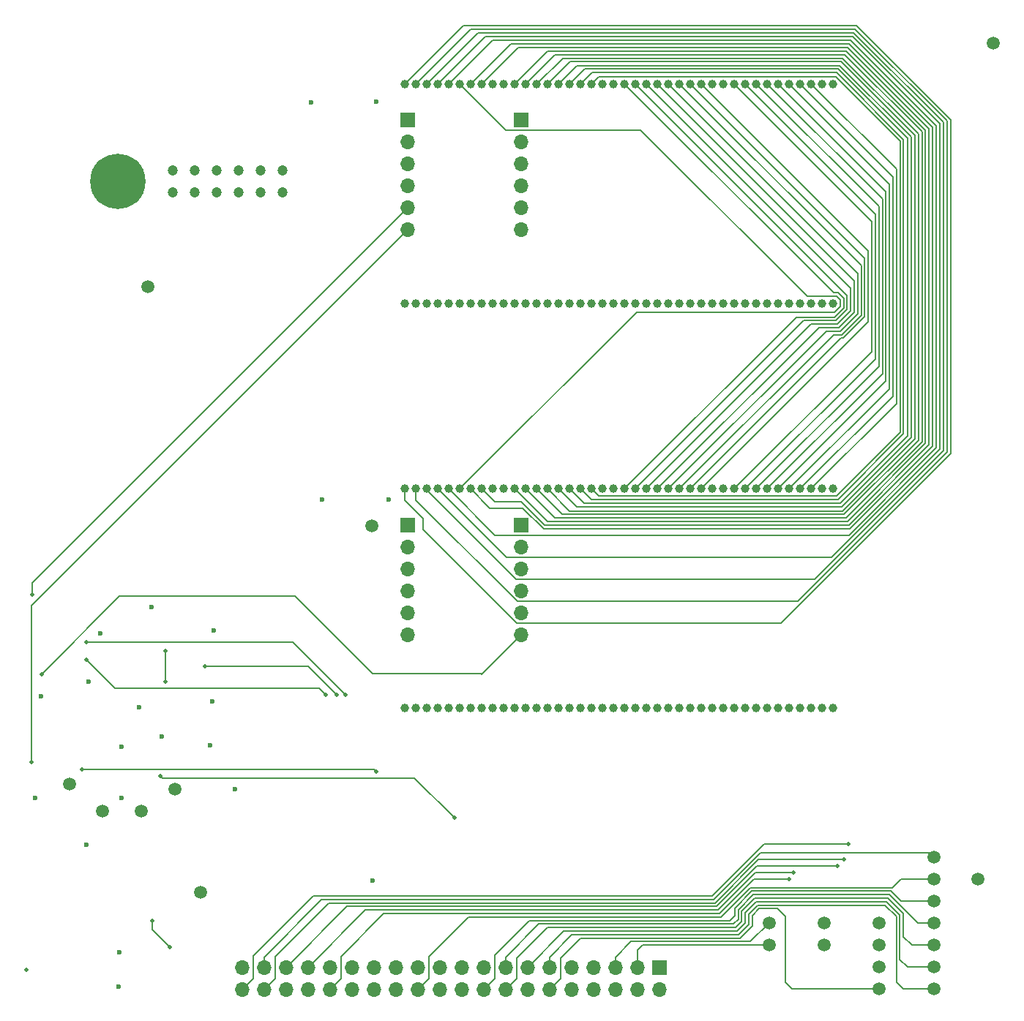
<source format=gbl>
G04 #@! TF.GenerationSoftware,KiCad,Pcbnew,(5.1.8)-1*
G04 #@! TF.CreationDate,2021-03-08T00:14:45+09:00*
G04 #@! TF.ProjectId,mifune_TE0890_remote_board,6d696675-6e65-45f5-9445-303839305f72,rev?*
G04 #@! TF.SameCoordinates,Original*
G04 #@! TF.FileFunction,Copper,L4,Bot*
G04 #@! TF.FilePolarity,Positive*
%FSLAX46Y46*%
G04 Gerber Fmt 4.6, Leading zero omitted, Abs format (unit mm)*
G04 Created by KiCad (PCBNEW (5.1.8)-1) date 2021-03-08 00:14:45*
%MOMM*%
%LPD*%
G01*
G04 APERTURE LIST*
G04 #@! TA.AperFunction,ComponentPad*
%ADD10C,1.000000*%
G04 #@! TD*
G04 #@! TA.AperFunction,ComponentPad*
%ADD11R,1.700000X1.700000*%
G04 #@! TD*
G04 #@! TA.AperFunction,ComponentPad*
%ADD12O,1.700000X1.700000*%
G04 #@! TD*
G04 #@! TA.AperFunction,ComponentPad*
%ADD13C,1.500000*%
G04 #@! TD*
G04 #@! TA.AperFunction,ComponentPad*
%ADD14C,1.200000*%
G04 #@! TD*
G04 #@! TA.AperFunction,ComponentPad*
%ADD15C,6.400000*%
G04 #@! TD*
G04 #@! TA.AperFunction,ViaPad*
%ADD16C,0.600000*%
G04 #@! TD*
G04 #@! TA.AperFunction,ViaPad*
%ADD17C,0.500000*%
G04 #@! TD*
G04 #@! TA.AperFunction,Conductor*
%ADD18C,0.203200*%
G04 #@! TD*
G04 APERTURE END LIST*
D10*
G04 #@! TO.P,U6,80*
G04 #@! TO.N,PORT_H0*
X88953000Y-129057000D03*
G04 #@! TO.P,U6,1*
G04 #@! TO.N,PORT_A0*
X88953000Y-154457000D03*
G04 #@! TO.P,U6,79*
G04 #@! TO.N,PORT_H4*
X90223000Y-129057000D03*
G04 #@! TO.P,U6,2*
G04 #@! TO.N,PORT_A4*
X90223000Y-154457000D03*
G04 #@! TO.P,U6,78*
G04 #@! TO.N,PORT_H1*
X91493000Y-129057000D03*
G04 #@! TO.P,U6,3*
G04 #@! TO.N,PORT_A1*
X91493000Y-154457000D03*
G04 #@! TO.P,U6,77*
G04 #@! TO.N,PORT_H5*
X92763000Y-129057000D03*
G04 #@! TO.P,U6,4*
G04 #@! TO.N,PORT_A5*
X92763000Y-154457000D03*
G04 #@! TO.P,U6,76*
G04 #@! TO.N,PORT_H2*
X94033000Y-129057000D03*
G04 #@! TO.P,U6,5*
G04 #@! TO.N,PORT_A2*
X94033000Y-154457000D03*
G04 #@! TO.P,U6,75*
G04 #@! TO.N,PORT_H6*
X95303000Y-129057000D03*
G04 #@! TO.P,U6,6*
G04 #@! TO.N,PORT_A6*
X95303000Y-154457000D03*
G04 #@! TO.P,U6,74*
G04 #@! TO.N,PORT_H3*
X96573000Y-129057000D03*
G04 #@! TO.P,U6,7*
G04 #@! TO.N,PORT_A3*
X96573000Y-154457000D03*
G04 #@! TO.P,U6,73*
G04 #@! TO.N,PORT_H7*
X97843000Y-129057000D03*
G04 #@! TO.P,U6,8*
G04 #@! TO.N,PORT_A7*
X97843000Y-154457000D03*
G04 #@! TO.P,U6,72*
G04 #@! TO.N,GND*
X99113000Y-129057000D03*
G04 #@! TO.P,U6,9*
X99113000Y-154457000D03*
G04 #@! TO.P,U6,71*
X100383000Y-129057000D03*
G04 #@! TO.P,U6,10*
X100383000Y-154457000D03*
G04 #@! TO.P,U6,70*
G04 #@! TO.N,PORT_G0*
X101653000Y-129057000D03*
G04 #@! TO.P,U6,11*
G04 #@! TO.N,PORT_B0*
X101653000Y-154457000D03*
G04 #@! TO.P,U6,69*
G04 #@! TO.N,PORT_G4*
X102923000Y-129057000D03*
G04 #@! TO.P,U6,12*
G04 #@! TO.N,PORT_B4*
X102923000Y-154457000D03*
G04 #@! TO.P,U6,68*
G04 #@! TO.N,PORT_G1*
X104193000Y-129057000D03*
G04 #@! TO.P,U6,13*
G04 #@! TO.N,PORT_B1*
X104193000Y-154457000D03*
G04 #@! TO.P,U6,67*
G04 #@! TO.N,PORT_G5*
X105463000Y-129057000D03*
G04 #@! TO.P,U6,14*
G04 #@! TO.N,PORT_B5*
X105463000Y-154457000D03*
G04 #@! TO.P,U6,66*
G04 #@! TO.N,PORT_G2*
X106733000Y-129057000D03*
G04 #@! TO.P,U6,15*
G04 #@! TO.N,PORT_B2*
X106733000Y-154457000D03*
G04 #@! TO.P,U6,65*
G04 #@! TO.N,PORT_G6*
X108003000Y-129057000D03*
G04 #@! TO.P,U6,16*
G04 #@! TO.N,PORT_B6*
X108003000Y-154457000D03*
G04 #@! TO.P,U6,64*
G04 #@! TO.N,PORT_G3*
X109273000Y-129057000D03*
G04 #@! TO.P,U6,17*
G04 #@! TO.N,PORT_B3*
X109273000Y-154457000D03*
G04 #@! TO.P,U6,63*
G04 #@! TO.N,PORT_G7*
X110543000Y-129057000D03*
G04 #@! TO.P,U6,18*
G04 #@! TO.N,PORT_B7*
X110543000Y-154457000D03*
G04 #@! TO.P,U6,62*
G04 #@! TO.N,+3.3VA*
X111813000Y-129057000D03*
G04 #@! TO.P,U6,19*
X111813000Y-154457000D03*
G04 #@! TO.P,U6,61*
G04 #@! TO.N,GND*
X113083000Y-129057000D03*
G04 #@! TO.P,U6,20*
X113083000Y-154457000D03*
G04 #@! TO.P,U6,60*
G04 #@! TO.N,PORT_F0*
X114353000Y-129057000D03*
G04 #@! TO.P,U6,21*
G04 #@! TO.N,PORT_C0*
X114353000Y-154457000D03*
G04 #@! TO.P,U6,59*
G04 #@! TO.N,PORT_F4*
X115623000Y-129057000D03*
G04 #@! TO.P,U6,22*
G04 #@! TO.N,PORT_C4*
X115623000Y-154457000D03*
G04 #@! TO.P,U6,58*
G04 #@! TO.N,PORT_F1*
X116893000Y-129057000D03*
G04 #@! TO.P,U6,23*
G04 #@! TO.N,PORT_C1*
X116893000Y-154457000D03*
G04 #@! TO.P,U6,57*
G04 #@! TO.N,PORT_F5*
X118163000Y-129057000D03*
G04 #@! TO.P,U6,24*
G04 #@! TO.N,PORT_C5*
X118163000Y-154457000D03*
G04 #@! TO.P,U6,56*
G04 #@! TO.N,PORT_F2*
X119433000Y-129057000D03*
G04 #@! TO.P,U6,25*
G04 #@! TO.N,PORT_C2*
X119433000Y-154457000D03*
G04 #@! TO.P,U6,55*
G04 #@! TO.N,PORT_F6*
X120703000Y-129057000D03*
G04 #@! TO.P,U6,26*
G04 #@! TO.N,PORT_C6*
X120703000Y-154457000D03*
G04 #@! TO.P,U6,54*
G04 #@! TO.N,PORT_F3*
X121973000Y-129057000D03*
G04 #@! TO.P,U6,27*
G04 #@! TO.N,PORT_C3*
X121973000Y-154457000D03*
G04 #@! TO.P,U6,53*
G04 #@! TO.N,PORT_F7*
X123243000Y-129057000D03*
G04 #@! TO.P,U6,28*
G04 #@! TO.N,PORT_C7*
X123243000Y-154457000D03*
G04 #@! TO.P,U6,52*
G04 #@! TO.N,GND*
X124513000Y-129057000D03*
G04 #@! TO.P,U6,29*
X124513000Y-154457000D03*
G04 #@! TO.P,U6,51*
X125783000Y-129057000D03*
G04 #@! TO.P,U6,30*
X125783000Y-154457000D03*
G04 #@! TO.P,U6,50*
G04 #@! TO.N,PORT_E0*
X127053000Y-129057000D03*
G04 #@! TO.P,U6,31*
G04 #@! TO.N,PORT_D0*
X127053000Y-154457000D03*
G04 #@! TO.P,U6,49*
G04 #@! TO.N,PORT_E4*
X128323000Y-129057000D03*
G04 #@! TO.P,U6,32*
G04 #@! TO.N,PORT_D4*
X128323000Y-154457000D03*
G04 #@! TO.P,U6,48*
G04 #@! TO.N,PORT_E1*
X129593000Y-129057000D03*
G04 #@! TO.P,U6,33*
G04 #@! TO.N,PORT_D1*
X129593000Y-154457000D03*
G04 #@! TO.P,U6,47*
G04 #@! TO.N,PORT_E5*
X130863000Y-129057000D03*
G04 #@! TO.P,U6,34*
G04 #@! TO.N,PORT_D5*
X130863000Y-154457000D03*
G04 #@! TO.P,U6,46*
G04 #@! TO.N,PORT_E2*
X132133000Y-129057000D03*
G04 #@! TO.P,U6,35*
G04 #@! TO.N,PORT_D2*
X132133000Y-154457000D03*
G04 #@! TO.P,U6,45*
G04 #@! TO.N,PORT_E6*
X133403000Y-129057000D03*
G04 #@! TO.P,U6,36*
G04 #@! TO.N,PORT_D6*
X133403000Y-154457000D03*
G04 #@! TO.P,U6,44*
G04 #@! TO.N,PORT_E3*
X134673000Y-129057000D03*
G04 #@! TO.P,U6,37*
G04 #@! TO.N,PORT_D3*
X134673000Y-154457000D03*
G04 #@! TO.P,U6,43*
G04 #@! TO.N,PORT_E7*
X135943000Y-129057000D03*
G04 #@! TO.P,U6,38*
G04 #@! TO.N,PORT_D7*
X135943000Y-154457000D03*
G04 #@! TO.P,U6,42*
G04 #@! TO.N,+5V*
X137213000Y-129057000D03*
G04 #@! TO.P,U6,39*
X137213000Y-154457000D03*
G04 #@! TO.P,U6,41*
G04 #@! TO.N,GND*
X138483000Y-129057000D03*
G04 #@! TO.P,U6,40*
X138483000Y-154457000D03*
G04 #@! TD*
G04 #@! TO.P,U3,40*
G04 #@! TO.N,GND*
X138481000Y-107587800D03*
G04 #@! TO.P,U3,41*
X138481000Y-82187800D03*
G04 #@! TO.P,U3,39*
G04 #@! TO.N,+5V*
X137211000Y-107587800D03*
G04 #@! TO.P,U3,42*
X137211000Y-82187800D03*
G04 #@! TO.P,U3,38*
G04 #@! TO.N,PORT_D7*
X135941000Y-107587800D03*
G04 #@! TO.P,U3,43*
G04 #@! TO.N,PORT_E7*
X135941000Y-82187800D03*
G04 #@! TO.P,U3,37*
G04 #@! TO.N,PORT_D3*
X134671000Y-107587800D03*
G04 #@! TO.P,U3,44*
G04 #@! TO.N,PORT_E3*
X134671000Y-82187800D03*
G04 #@! TO.P,U3,36*
G04 #@! TO.N,PORT_D6*
X133401000Y-107587800D03*
G04 #@! TO.P,U3,45*
G04 #@! TO.N,PORT_E6*
X133401000Y-82187800D03*
G04 #@! TO.P,U3,35*
G04 #@! TO.N,PORT_D2*
X132131000Y-107587800D03*
G04 #@! TO.P,U3,46*
G04 #@! TO.N,PORT_E2*
X132131000Y-82187800D03*
G04 #@! TO.P,U3,34*
G04 #@! TO.N,PORT_D5*
X130861000Y-107587800D03*
G04 #@! TO.P,U3,47*
G04 #@! TO.N,PORT_E5*
X130861000Y-82187800D03*
G04 #@! TO.P,U3,33*
G04 #@! TO.N,PORT_D1*
X129591000Y-107587800D03*
G04 #@! TO.P,U3,48*
G04 #@! TO.N,PORT_E1*
X129591000Y-82187800D03*
G04 #@! TO.P,U3,32*
G04 #@! TO.N,PORT_D4*
X128321000Y-107587800D03*
G04 #@! TO.P,U3,49*
G04 #@! TO.N,PORT_E4*
X128321000Y-82187800D03*
G04 #@! TO.P,U3,31*
G04 #@! TO.N,PORT_D0*
X127051000Y-107587800D03*
G04 #@! TO.P,U3,50*
G04 #@! TO.N,PORT_E0*
X127051000Y-82187800D03*
G04 #@! TO.P,U3,30*
G04 #@! TO.N,GND*
X125781000Y-107587800D03*
G04 #@! TO.P,U3,51*
X125781000Y-82187800D03*
G04 #@! TO.P,U3,29*
X124511000Y-107587800D03*
G04 #@! TO.P,U3,52*
X124511000Y-82187800D03*
G04 #@! TO.P,U3,28*
G04 #@! TO.N,PORT_C7*
X123241000Y-107587800D03*
G04 #@! TO.P,U3,53*
G04 #@! TO.N,PORT_F7*
X123241000Y-82187800D03*
G04 #@! TO.P,U3,27*
G04 #@! TO.N,PORT_C3*
X121971000Y-107587800D03*
G04 #@! TO.P,U3,54*
G04 #@! TO.N,PORT_F3*
X121971000Y-82187800D03*
G04 #@! TO.P,U3,26*
G04 #@! TO.N,PORT_C6*
X120701000Y-107587800D03*
G04 #@! TO.P,U3,55*
G04 #@! TO.N,PORT_F6*
X120701000Y-82187800D03*
G04 #@! TO.P,U3,25*
G04 #@! TO.N,PORT_C2*
X119431000Y-107587800D03*
G04 #@! TO.P,U3,56*
G04 #@! TO.N,PORT_F2*
X119431000Y-82187800D03*
G04 #@! TO.P,U3,24*
G04 #@! TO.N,PORT_C5*
X118161000Y-107587800D03*
G04 #@! TO.P,U3,57*
G04 #@! TO.N,PORT_F5*
X118161000Y-82187800D03*
G04 #@! TO.P,U3,23*
G04 #@! TO.N,PORT_C1*
X116891000Y-107587800D03*
G04 #@! TO.P,U3,58*
G04 #@! TO.N,PORT_F1*
X116891000Y-82187800D03*
G04 #@! TO.P,U3,22*
G04 #@! TO.N,PORT_C4*
X115621000Y-107587800D03*
G04 #@! TO.P,U3,59*
G04 #@! TO.N,PORT_F4*
X115621000Y-82187800D03*
G04 #@! TO.P,U3,21*
G04 #@! TO.N,PORT_C0*
X114351000Y-107587800D03*
G04 #@! TO.P,U3,60*
G04 #@! TO.N,PORT_F0*
X114351000Y-82187800D03*
G04 #@! TO.P,U3,20*
G04 #@! TO.N,GND*
X113081000Y-107587800D03*
G04 #@! TO.P,U3,61*
X113081000Y-82187800D03*
G04 #@! TO.P,U3,19*
G04 #@! TO.N,+3.3VP*
X111811000Y-107587800D03*
G04 #@! TO.P,U3,62*
X111811000Y-82187800D03*
G04 #@! TO.P,U3,18*
G04 #@! TO.N,PORT_B7*
X110541000Y-107587800D03*
G04 #@! TO.P,U3,63*
G04 #@! TO.N,PORT_G7*
X110541000Y-82187800D03*
G04 #@! TO.P,U3,17*
G04 #@! TO.N,PORT_B3*
X109271000Y-107587800D03*
G04 #@! TO.P,U3,64*
G04 #@! TO.N,PORT_G3*
X109271000Y-82187800D03*
G04 #@! TO.P,U3,16*
G04 #@! TO.N,PORT_B6*
X108001000Y-107587800D03*
G04 #@! TO.P,U3,65*
G04 #@! TO.N,PORT_G6*
X108001000Y-82187800D03*
G04 #@! TO.P,U3,15*
G04 #@! TO.N,PORT_B2*
X106731000Y-107587800D03*
G04 #@! TO.P,U3,66*
G04 #@! TO.N,PORT_G2*
X106731000Y-82187800D03*
G04 #@! TO.P,U3,14*
G04 #@! TO.N,PORT_B5*
X105461000Y-107587800D03*
G04 #@! TO.P,U3,67*
G04 #@! TO.N,PORT_G5*
X105461000Y-82187800D03*
G04 #@! TO.P,U3,13*
G04 #@! TO.N,PORT_B1*
X104191000Y-107587800D03*
G04 #@! TO.P,U3,68*
G04 #@! TO.N,PORT_G1*
X104191000Y-82187800D03*
G04 #@! TO.P,U3,12*
G04 #@! TO.N,PORT_B4*
X102921000Y-107587800D03*
G04 #@! TO.P,U3,69*
G04 #@! TO.N,PORT_G4*
X102921000Y-82187800D03*
G04 #@! TO.P,U3,11*
G04 #@! TO.N,PORT_B0*
X101651000Y-107587800D03*
G04 #@! TO.P,U3,70*
G04 #@! TO.N,PORT_G0*
X101651000Y-82187800D03*
G04 #@! TO.P,U3,10*
G04 #@! TO.N,GND*
X100381000Y-107587800D03*
G04 #@! TO.P,U3,71*
X100381000Y-82187800D03*
G04 #@! TO.P,U3,9*
X99111000Y-107587800D03*
G04 #@! TO.P,U3,72*
X99111000Y-82187800D03*
G04 #@! TO.P,U3,8*
G04 #@! TO.N,PORT_A7*
X97841000Y-107587800D03*
G04 #@! TO.P,U3,73*
G04 #@! TO.N,PORT_H7*
X97841000Y-82187800D03*
G04 #@! TO.P,U3,7*
G04 #@! TO.N,PORT_A3*
X96571000Y-107587800D03*
G04 #@! TO.P,U3,74*
G04 #@! TO.N,PORT_H3*
X96571000Y-82187800D03*
G04 #@! TO.P,U3,6*
G04 #@! TO.N,PORT_A6*
X95301000Y-107587800D03*
G04 #@! TO.P,U3,75*
G04 #@! TO.N,PORT_H6*
X95301000Y-82187800D03*
G04 #@! TO.P,U3,5*
G04 #@! TO.N,PORT_A2*
X94031000Y-107587800D03*
G04 #@! TO.P,U3,76*
G04 #@! TO.N,PORT_H2*
X94031000Y-82187800D03*
G04 #@! TO.P,U3,4*
G04 #@! TO.N,PORT_A5*
X92761000Y-107587800D03*
G04 #@! TO.P,U3,77*
G04 #@! TO.N,PORT_H5*
X92761000Y-82187800D03*
G04 #@! TO.P,U3,3*
G04 #@! TO.N,PORT_A1*
X91491000Y-107587800D03*
G04 #@! TO.P,U3,78*
G04 #@! TO.N,PORT_H1*
X91491000Y-82187800D03*
G04 #@! TO.P,U3,2*
G04 #@! TO.N,PORT_A4*
X90221000Y-107587800D03*
G04 #@! TO.P,U3,79*
G04 #@! TO.N,PORT_H4*
X90221000Y-82187800D03*
G04 #@! TO.P,U3,1*
G04 #@! TO.N,PORT_A0*
X88951000Y-107587800D03*
G04 #@! TO.P,U3,80*
G04 #@! TO.N,PORT_H0*
X88951000Y-82187800D03*
G04 #@! TD*
D11*
G04 #@! TO.P,J1,1*
G04 #@! TO.N,+3V3*
X118364000Y-184450000D03*
D12*
G04 #@! TO.P,J1,2*
G04 #@! TO.N,+5V*
X118364000Y-186990000D03*
G04 #@! TO.P,J1,3*
G04 #@! TO.N,/SDA*
X115824000Y-184450000D03*
G04 #@! TO.P,J1,4*
G04 #@! TO.N,+5V*
X115824000Y-186990000D03*
G04 #@! TO.P,J1,5*
G04 #@! TO.N,/SCL*
X113284000Y-184450000D03*
G04 #@! TO.P,J1,6*
G04 #@! TO.N,GND*
X113284000Y-186990000D03*
G04 #@! TO.P,J1,7*
G04 #@! TO.N,/GPIO4*
X110744000Y-184450000D03*
G04 #@! TO.P,J1,8*
G04 #@! TO.N,/PI_TXD_SRC*
X110744000Y-186990000D03*
G04 #@! TO.P,J1,9*
G04 #@! TO.N,GND*
X108204000Y-184450000D03*
G04 #@! TO.P,J1,10*
G04 #@! TO.N,/PI_RXD_DST*
X108204000Y-186990000D03*
G04 #@! TO.P,J1,11*
G04 #@! TO.N,/GPIO17*
X105664000Y-184450000D03*
G04 #@! TO.P,J1,12*
G04 #@! TO.N,/SPI_CE0*
X105664000Y-186990000D03*
G04 #@! TO.P,J1,13*
G04 #@! TO.N,/GPIO27*
X103124000Y-184450000D03*
G04 #@! TO.P,J1,14*
G04 #@! TO.N,GND*
X103124000Y-186990000D03*
G04 #@! TO.P,J1,15*
G04 #@! TO.N,/GPIO22*
X100584000Y-184450000D03*
G04 #@! TO.P,J1,16*
G04 #@! TO.N,/GPIO23*
X100584000Y-186990000D03*
G04 #@! TO.P,J1,17*
G04 #@! TO.N,+3V3*
X98044000Y-184450000D03*
G04 #@! TO.P,J1,18*
G04 #@! TO.N,/GPIO24*
X98044000Y-186990000D03*
G04 #@! TO.P,J1,19*
G04 #@! TO.N,/PI_JTAG_TDI_SRC*
X95504000Y-184450000D03*
G04 #@! TO.P,J1,20*
G04 #@! TO.N,GND*
X95504000Y-186990000D03*
G04 #@! TO.P,J1,21*
G04 #@! TO.N,/PI_JTAG_TDO_DST*
X92964000Y-184450000D03*
G04 #@! TO.P,J1,22*
G04 #@! TO.N,/PI_JTAG_TMS_SRC*
X92964000Y-186990000D03*
G04 #@! TO.P,J1,23*
G04 #@! TO.N,/PI_JTAG_TCK_SRC*
X90424000Y-184450000D03*
G04 #@! TO.P,J1,24*
G04 #@! TO.N,/GPIO8*
X90424000Y-186990000D03*
G04 #@! TO.P,J1,25*
G04 #@! TO.N,GND*
X87884000Y-184450000D03*
G04 #@! TO.P,J1,26*
G04 #@! TO.N,/GPIO7*
X87884000Y-186990000D03*
G04 #@! TO.P,J1,27*
G04 #@! TO.N,Net-(J1-Pad27)*
X85344000Y-184450000D03*
G04 #@! TO.P,J1,28*
G04 #@! TO.N,Net-(J1-Pad28)*
X85344000Y-186990000D03*
G04 #@! TO.P,J1,29*
G04 #@! TO.N,/GPIO5*
X82804000Y-184450000D03*
G04 #@! TO.P,J1,30*
G04 #@! TO.N,GND*
X82804000Y-186990000D03*
G04 #@! TO.P,J1,31*
G04 #@! TO.N,/GPIO6*
X80264000Y-184450000D03*
G04 #@! TO.P,J1,32*
G04 #@! TO.N,/PWM0*
X80264000Y-186990000D03*
G04 #@! TO.P,J1,33*
G04 #@! TO.N,/PWM1*
X77724000Y-184450000D03*
G04 #@! TO.P,J1,34*
G04 #@! TO.N,GND*
X77724000Y-186990000D03*
G04 #@! TO.P,J1,35*
G04 #@! TO.N,/SPI_MISO*
X75184000Y-184450000D03*
G04 #@! TO.P,J1,36*
G04 #@! TO.N,/PI_JTAG_OE*
X75184000Y-186990000D03*
G04 #@! TO.P,J1,37*
G04 #@! TO.N,/GPIO26*
X72644000Y-184450000D03*
G04 #@! TO.P,J1,38*
G04 #@! TO.N,/SPI_MOSI*
X72644000Y-186990000D03*
G04 #@! TO.P,J1,39*
G04 #@! TO.N,GND*
X70104000Y-184450000D03*
G04 #@! TO.P,J1,40*
G04 #@! TO.N,/SPI_SCLK*
X70104000Y-186990000D03*
G04 #@! TD*
D13*
G04 #@! TO.P,J2,1*
G04 #@! TO.N,/SDA*
X131064000Y-181864000D03*
G04 #@! TD*
G04 #@! TO.P,J3,1*
G04 #@! TO.N,/SCL*
X131064000Y-179324000D03*
G04 #@! TD*
G04 #@! TO.P,J4,1*
G04 #@! TO.N,/PWM0*
X137414000Y-181864000D03*
G04 #@! TD*
G04 #@! TO.P,J5,1*
G04 #@! TO.N,/PWM1*
X137414000Y-179324000D03*
G04 #@! TD*
G04 #@! TO.P,J6,1*
G04 #@! TO.N,/GPIO8*
X150114000Y-174244000D03*
G04 #@! TD*
G04 #@! TO.P,J7,1*
G04 #@! TO.N,/GPIO17*
X150114000Y-186944000D03*
G04 #@! TD*
G04 #@! TO.P,J8,1*
G04 #@! TO.N,/GPIO22*
X150114000Y-179324000D03*
G04 #@! TD*
G04 #@! TO.P,J9,1*
G04 #@! TO.N,/GPIO23*
X150114000Y-181864000D03*
G04 #@! TD*
G04 #@! TO.P,J10,1*
G04 #@! TO.N,/GPIO24*
X150114000Y-176784000D03*
G04 #@! TD*
G04 #@! TO.P,J11,1*
G04 #@! TO.N,/GPIO26*
X150114000Y-171704000D03*
G04 #@! TD*
G04 #@! TO.P,J12,1*
G04 #@! TO.N,/GPIO27*
X150139000Y-184404000D03*
G04 #@! TD*
G04 #@! TO.P,J13,1*
G04 #@! TO.N,/SPI_CE0*
X143764000Y-186944000D03*
G04 #@! TD*
G04 #@! TO.P,J14,1*
G04 #@! TO.N,/SPI_MISO*
X143764000Y-184404000D03*
G04 #@! TD*
G04 #@! TO.P,J15,1*
G04 #@! TO.N,/SPI_MOSI*
X143764000Y-181864000D03*
G04 #@! TD*
G04 #@! TO.P,J16,1*
G04 #@! TO.N,/SPI_SCLK*
X143764000Y-179324000D03*
G04 #@! TD*
G04 #@! TO.P,J17,1*
G04 #@! TO.N,Net-(IC2-Pad5)*
X50165000Y-163195000D03*
G04 #@! TD*
G04 #@! TO.P,J18,1*
G04 #@! TO.N,Net-(IC2-Pad6)*
X53975000Y-166370000D03*
G04 #@! TD*
G04 #@! TO.P,J19,1*
G04 #@! TO.N,Net-(IC2-Pad9)*
X62357000Y-163830000D03*
G04 #@! TD*
G04 #@! TO.P,J20,1*
G04 #@! TO.N,Net-(IC2-Pad8)*
X58420000Y-166370000D03*
G04 #@! TD*
G04 #@! TO.P,J21,1*
G04 #@! TO.N,Net-(J21-Pad1)*
X85090000Y-133350000D03*
G04 #@! TD*
D11*
G04 #@! TO.P,U1,1*
G04 #@! TO.N,Net-(U1-Pad1)*
X102390000Y-86366100D03*
D12*
G04 #@! TO.P,U1,2*
G04 #@! TO.N,GND*
X102390000Y-88906100D03*
G04 #@! TO.P,U1,3*
G04 #@! TO.N,Net-(R14-Pad2)*
X102390000Y-91446100D03*
G04 #@! TO.P,U1,4*
G04 #@! TO.N,Net-(R15-Pad2)*
X102390000Y-93986100D03*
G04 #@! TO.P,U1,5*
G04 #@! TO.N,Net-(R16-Pad2)*
X102390000Y-96526100D03*
G04 #@! TO.P,U1,6*
G04 #@! TO.N,Net-(R17-Pad2)*
X102390000Y-99066100D03*
G04 #@! TD*
D14*
G04 #@! TO.P,U2,6*
G04 #@! TO.N,Net-(U1-Pad1)*
X67208400Y-94767400D03*
G04 #@! TO.P,U2,7*
G04 #@! TO.N,Net-(R18-Pad2)*
X69748400Y-92227400D03*
G04 #@! TO.P,U2,5*
G04 #@! TO.N,Net-(U1-Pad1)*
X67208400Y-92227400D03*
G04 #@! TO.P,U2,8*
G04 #@! TO.N,Net-(R15-Pad1)*
X69748400Y-94767400D03*
G04 #@! TO.P,U2,4*
G04 #@! TO.N,Net-(R14-Pad1)*
X64668400Y-94767400D03*
G04 #@! TO.P,U2,9*
G04 #@! TO.N,Net-(U2-Pad9)*
X72288400Y-92227400D03*
G04 #@! TO.P,U2,3*
G04 #@! TO.N,Net-(R19-Pad2)*
X64668400Y-92227400D03*
G04 #@! TO.P,U2,10*
G04 #@! TO.N,Net-(R16-Pad1)*
X72288400Y-94767400D03*
G04 #@! TO.P,U2,2*
G04 #@! TO.N,GND*
X62128400Y-94767400D03*
G04 #@! TO.P,U2,11*
G04 #@! TO.N,Net-(U2-Pad11)*
X74828400Y-92227400D03*
G04 #@! TO.P,U2,1*
G04 #@! TO.N,GND*
X62128400Y-92227400D03*
G04 #@! TO.P,U2,12*
G04 #@! TO.N,Net-(R17-Pad1)*
X74828400Y-94767400D03*
D15*
G04 #@! TO.P,U2,GND*
G04 #@! TO.N,GND*
X55778400Y-93497400D03*
G04 #@! TD*
D12*
G04 #@! TO.P,U4,6*
G04 #@! TO.N,PI_RXD*
X89291200Y-99066100D03*
G04 #@! TO.P,U4,5*
G04 #@! TO.N,PI_TXD*
X89291200Y-96526100D03*
G04 #@! TO.P,U4,4*
G04 #@! TO.N,Net-(R19-Pad1)*
X89291200Y-93986100D03*
G04 #@! TO.P,U4,3*
G04 #@! TO.N,+5V*
X89291200Y-91446100D03*
G04 #@! TO.P,U4,2*
G04 #@! TO.N,Net-(R18-Pad1)*
X89291200Y-88906100D03*
D11*
G04 #@! TO.P,U4,1*
G04 #@! TO.N,GND*
X89291200Y-86366100D03*
G04 #@! TD*
G04 #@! TO.P,U5,1*
G04 #@! TO.N,+3.3VA*
X102390000Y-133246000D03*
D12*
G04 #@! TO.P,U5,2*
G04 #@! TO.N,GND*
X102390000Y-135786000D03*
G04 #@! TO.P,U5,3*
G04 #@! TO.N,PI_JTAG_TCK*
X102390000Y-138326000D03*
G04 #@! TO.P,U5,4*
G04 #@! TO.N,PI_JTAG_TDO*
X102390000Y-140866000D03*
G04 #@! TO.P,U5,5*
G04 #@! TO.N,PI_JTAG_TDI*
X102390000Y-143406000D03*
G04 #@! TO.P,U5,6*
G04 #@! TO.N,PI_JTAG_TMS*
X102390000Y-145946000D03*
G04 #@! TD*
G04 #@! TO.P,U7,6*
G04 #@! TO.N,Net-(J21-Pad6)*
X89298800Y-145941000D03*
G04 #@! TO.P,U7,5*
G04 #@! TO.N,Net-(J21-Pad5)*
X89298800Y-143401000D03*
G04 #@! TO.P,U7,4*
G04 #@! TO.N,Net-(J21-Pad4)*
X89298800Y-140861000D03*
G04 #@! TO.P,U7,3*
G04 #@! TO.N,Net-(J21-Pad3)*
X89298800Y-138321000D03*
G04 #@! TO.P,U7,2*
G04 #@! TO.N,Net-(J21-Pad2)*
X89298800Y-135781000D03*
D11*
G04 #@! TO.P,U7,1*
G04 #@! TO.N,Net-(J21-Pad1)*
X89298800Y-133241000D03*
G04 #@! TD*
D13*
G04 #@! TO.P,J22,1*
G04 #@! TO.N,GND*
X59182000Y-105664000D03*
G04 #@! TD*
G04 #@! TO.P,J23,1*
G04 #@! TO.N,GND*
X65278000Y-175768000D03*
G04 #@! TD*
G04 #@! TO.P,J24,1*
G04 #@! TO.N,GND*
X156972000Y-77470000D03*
G04 #@! TD*
G04 #@! TO.P,J25,1*
G04 #@! TO.N,GND*
X155194000Y-174244000D03*
G04 #@! TD*
D16*
G04 #@! TO.N,GND*
X78063200Y-84286200D03*
X79407800Y-130320000D03*
X66649600Y-153670000D03*
X66802000Y-145415000D03*
X53729400Y-145762000D03*
D17*
X45186600Y-184734000D03*
D16*
X52146200Y-170282000D03*
X66446400Y-158750000D03*
X56134000Y-164821000D03*
X56134000Y-158877000D03*
X46837600Y-153035000D03*
X52349400Y-151409000D03*
G04 #@! TO.N,+3.3VA*
X59613800Y-142748000D03*
X87096600Y-130277000D03*
G04 #@! TO.N,+3V3*
X55917600Y-182690000D03*
X46177200Y-164846000D03*
X58191400Y-154305000D03*
X60807600Y-157734000D03*
X69316600Y-163830000D03*
X85242400Y-174371000D03*
D17*
G04 #@! TO.N,/PI_JTAG_OE*
X61722000Y-182118000D03*
X59690000Y-179070000D03*
G04 #@! TO.N,Net-(IC1-Pad12)*
X61214000Y-151384000D03*
X61214000Y-147828000D03*
G04 #@! TO.N,Net-(IC1-Pad9)*
X81026000Y-152908000D03*
X65786000Y-149606000D03*
G04 #@! TO.N,Net-(IC1-Pad5)*
X52070000Y-148844000D03*
X79756000Y-152908000D03*
G04 #@! TO.N,Net-(IC1-Pad2)*
X82042000Y-152908000D03*
X52070000Y-146812000D03*
G04 #@! TO.N,Net-(IC2-Pad3)*
X85598000Y-161798000D03*
X51562000Y-161544000D03*
G04 #@! TO.N,Net-(IC2-Pad11)*
X60655200Y-162280600D03*
X94691200Y-167157400D03*
D16*
G04 #@! TO.N,+5V*
X55854600Y-186690000D03*
D17*
G04 #@! TO.N,/PWM0*
X133350000Y-174244000D03*
G04 #@! TO.N,/PWM1*
X133858000Y-173482000D03*
G04 #@! TO.N,/SPI_MISO*
X138938000Y-172720000D03*
G04 #@! TO.N,/SPI_MOSI*
X139700000Y-171958000D03*
G04 #@! TO.N,/SPI_SCLK*
X140208000Y-170180000D03*
G04 #@! TO.N,PI_JTAG_TMS*
X46939200Y-150495000D03*
G04 #@! TO.N,PI_RXD*
X45796200Y-160655000D03*
G04 #@! TO.N,PI_TXD*
X45847000Y-141326000D03*
D16*
G04 #@! TO.N,+3.3VP*
X85667600Y-84245200D03*
G04 #@! TD*
D18*
G04 #@! TO.N,/PI_JTAG_OE*
X61722000Y-182118000D02*
X59690000Y-180086000D01*
X59690000Y-180086000D02*
X59690000Y-179070000D01*
G04 #@! TO.N,Net-(IC1-Pad12)*
X61214000Y-147828000D02*
X61214000Y-151384000D01*
G04 #@! TO.N,Net-(IC1-Pad9)*
X65786000Y-149606000D02*
X77724000Y-149606000D01*
X77724000Y-149606000D02*
X81026000Y-152908000D01*
G04 #@! TO.N,Net-(IC1-Pad5)*
X52070000Y-148844000D02*
X55372000Y-152146000D01*
X55372000Y-152146000D02*
X78994000Y-152146000D01*
X78994000Y-152146000D02*
X79756000Y-152908000D01*
G04 #@! TO.N,Net-(IC1-Pad2)*
X52070000Y-146812000D02*
X75946000Y-146812000D01*
X75946000Y-146812000D02*
X82042000Y-152908000D01*
G04 #@! TO.N,Net-(IC2-Pad3)*
X51562000Y-161544000D02*
X85344000Y-161544000D01*
X85344000Y-161544000D02*
X85598000Y-161798000D01*
G04 #@! TO.N,Net-(IC2-Pad11)*
X60905199Y-162530599D02*
X90064399Y-162530599D01*
X60655200Y-162280600D02*
X60905199Y-162530599D01*
X90064399Y-162530599D02*
X94691200Y-167157400D01*
X94691200Y-167157400D02*
X94691200Y-167157400D01*
G04 #@! TO.N,/SDA*
X131064000Y-181864000D02*
X116434000Y-181864000D01*
X116434000Y-181864000D02*
X115824000Y-182474000D01*
X115824000Y-182474000D02*
X115824000Y-184450000D01*
G04 #@! TO.N,/SCL*
X113284000Y-184450000D02*
X113284000Y-183248000D01*
X113284000Y-183248000D02*
X115074000Y-181458000D01*
X115074000Y-181458000D02*
X128930000Y-181458000D01*
X128930000Y-181458000D02*
X131064000Y-179324000D01*
G04 #@! TO.N,/GPIO17*
X105664000Y-184450000D02*
X105664000Y-183248000D01*
X105664000Y-183248000D02*
X108267000Y-180645000D01*
X108267000Y-180645000D02*
X127559000Y-180645000D01*
X127559000Y-180645000D02*
X128727000Y-179476000D01*
X128727000Y-179476000D02*
X128727000Y-178267000D01*
X128727000Y-178267000D02*
X129753000Y-177241000D01*
X129753000Y-177241000D02*
X144475000Y-177241000D01*
X144475000Y-177241000D02*
X145796000Y-178562000D01*
X145796000Y-178562000D02*
X145796000Y-186182000D01*
X145796000Y-186182000D02*
X146558000Y-186944000D01*
X146558000Y-186944000D02*
X150114000Y-186944000D01*
G04 #@! TO.N,/SPI_CE0*
X105664000Y-186990000D02*
X106934000Y-185720000D01*
X106934000Y-185720000D02*
X106934000Y-183388000D01*
X106934000Y-183388000D02*
X109271000Y-181051000D01*
X109271000Y-181051000D02*
X127737000Y-181051000D01*
X127737000Y-181051000D02*
X129134000Y-179654000D01*
X129134000Y-179654000D02*
X129134000Y-178435000D01*
X129134000Y-178435000D02*
X129921000Y-177648000D01*
X129921000Y-177648000D02*
X132029000Y-177648000D01*
X132029000Y-177648000D02*
X132944000Y-178562000D01*
X132944000Y-178562000D02*
X132944000Y-186131000D01*
X132944000Y-186131000D02*
X133756000Y-186944000D01*
X133756000Y-186944000D02*
X143764000Y-186944000D01*
G04 #@! TO.N,/GPIO27*
X103124000Y-184450000D02*
X107336000Y-180238000D01*
X107336000Y-180238000D02*
X127381000Y-180238000D01*
X127381000Y-180238000D02*
X128321000Y-179299000D01*
X128321000Y-179299000D02*
X128321000Y-178098000D01*
X128321000Y-178098000D02*
X129584000Y-176835000D01*
X129584000Y-176835000D02*
X144644000Y-176835000D01*
X144644000Y-176835000D02*
X146202000Y-178394000D01*
X146202000Y-178394000D02*
X146202000Y-183540000D01*
X146202000Y-183540000D02*
X147066000Y-184404000D01*
X147066000Y-184404000D02*
X150139000Y-184404000D01*
G04 #@! TO.N,/GPIO22*
X100584000Y-184450000D02*
X100584000Y-183248000D01*
X100584000Y-183248000D02*
X104406000Y-179426000D01*
X104406000Y-179426000D02*
X126949000Y-179426000D01*
X126949000Y-179426000D02*
X127508000Y-178867000D01*
X127508000Y-178867000D02*
X127508000Y-177762000D01*
X127508000Y-177762000D02*
X129248000Y-176022000D01*
X129248000Y-176022000D02*
X144980000Y-176022000D01*
X144980000Y-176022000D02*
X148282000Y-179324000D01*
X148282000Y-179324000D02*
X150114000Y-179324000D01*
G04 #@! TO.N,/GPIO23*
X100584000Y-186990000D02*
X101854000Y-185720000D01*
X101854000Y-185720000D02*
X101854000Y-183413000D01*
X101854000Y-183413000D02*
X105435000Y-179832000D01*
X105435000Y-179832000D02*
X127213000Y-179832000D01*
X127213000Y-179832000D02*
X127914000Y-179130000D01*
X127914000Y-179130000D02*
X127914000Y-177930000D01*
X127914000Y-177930000D02*
X129416000Y-176428000D01*
X129416000Y-176428000D02*
X144812000Y-176428000D01*
X144812000Y-176428000D02*
X146609000Y-178225000D01*
X146609000Y-178225000D02*
X146609000Y-180899000D01*
X146609000Y-180899000D02*
X147574000Y-181864000D01*
X147574000Y-181864000D02*
X150114000Y-181864000D01*
G04 #@! TO.N,/GPIO24*
X98044000Y-186990000D02*
X99314000Y-185720000D01*
X99314000Y-185720000D02*
X99314000Y-183032000D01*
X99314000Y-183032000D02*
X103327000Y-179019000D01*
X103327000Y-179019000D02*
X126543000Y-179019000D01*
X126543000Y-179019000D02*
X127102000Y-178460000D01*
X127102000Y-178460000D02*
X127102000Y-177593000D01*
X127102000Y-177593000D02*
X129079000Y-175616000D01*
X129079000Y-175616000D02*
X145149000Y-175616000D01*
X145149000Y-175616000D02*
X146317000Y-176784000D01*
X146317000Y-176784000D02*
X150114000Y-176784000D01*
G04 #@! TO.N,/GPIO8*
X90424000Y-186990000D02*
X91694000Y-185720000D01*
X91694000Y-185720000D02*
X91694000Y-183185000D01*
X91694000Y-183185000D02*
X96266100Y-178613000D01*
X96266100Y-178613000D02*
X125507000Y-178613000D01*
X125507000Y-178613000D02*
X128911000Y-175209000D01*
X128911000Y-175209000D02*
X145339000Y-175209000D01*
X145339000Y-175209000D02*
X146304000Y-174244000D01*
X146304000Y-174244000D02*
X150114000Y-174244000D01*
G04 #@! TO.N,/PWM0*
X80264000Y-186990000D02*
X81534000Y-185720000D01*
X81534000Y-185720000D02*
X81534000Y-183185000D01*
X81534000Y-183185000D02*
X86512500Y-178206000D01*
X86512500Y-178206000D02*
X125339000Y-178206000D01*
X125339000Y-178206000D02*
X129301000Y-174244000D01*
X129301000Y-174244000D02*
X133350000Y-174244000D01*
G04 #@! TO.N,/PWM1*
X77724000Y-184450000D02*
X84374100Y-177800000D01*
X84374100Y-177800000D02*
X125171000Y-177800000D01*
X125171000Y-177800000D02*
X129489000Y-173482000D01*
X129489000Y-173482000D02*
X133858000Y-173482000D01*
G04 #@! TO.N,/SPI_MISO*
X75184000Y-184450000D02*
X82240500Y-177393000D01*
X82240500Y-177393000D02*
X125002000Y-177393000D01*
X125002000Y-177393000D02*
X129676000Y-172720000D01*
X129676000Y-172720000D02*
X138938000Y-172720000D01*
G04 #@! TO.N,/GPIO26*
X72644000Y-184450000D02*
X72644000Y-183248000D01*
X72644000Y-183248000D02*
X79311200Y-176581000D01*
X79311200Y-176581000D02*
X124666000Y-176581000D01*
X124666000Y-176581000D02*
X130050000Y-171196000D01*
X130050000Y-171196000D02*
X149606000Y-171196000D01*
X149606000Y-171196000D02*
X150114000Y-171704000D01*
G04 #@! TO.N,/SPI_MOSI*
X72644000Y-186990000D02*
X73914000Y-185720000D01*
X73914000Y-185720000D02*
X73914000Y-183236000D01*
X73914000Y-183236000D02*
X80162500Y-176987000D01*
X80162500Y-176987000D02*
X124834000Y-176987000D01*
X124834000Y-176987000D02*
X129863000Y-171958000D01*
X129863000Y-171958000D02*
X139700000Y-171958000D01*
G04 #@! TO.N,/SPI_SCLK*
X120498000Y-176174000D02*
X124497000Y-176174000D01*
X124497000Y-176174000D02*
X130492000Y-170180000D01*
X130492000Y-170180000D02*
X140208000Y-170180000D01*
X120294000Y-176174000D02*
X120498000Y-176174000D01*
X120294000Y-176174000D02*
X120498000Y-176174000D01*
X70104000Y-186990000D02*
X71374000Y-185720000D01*
X71374000Y-185720000D02*
X71374000Y-183134000D01*
X71374000Y-183134000D02*
X78333700Y-176174000D01*
X78333700Y-176174000D02*
X120294000Y-176174000D01*
G04 #@! TO.N,PI_JTAG_TMS*
X97841000Y-150495000D02*
X97891700Y-150444000D01*
X97891700Y-150444000D02*
X102390000Y-145946000D01*
X46939200Y-150495000D02*
X55956200Y-141478000D01*
X55956200Y-141478000D02*
X76276200Y-141478000D01*
X76276200Y-141478000D02*
X85242500Y-150444000D01*
X85242500Y-150444000D02*
X97891700Y-150444000D01*
G04 #@! TO.N,PI_RXD*
X45796200Y-160655000D02*
X45796200Y-142561000D01*
X45796200Y-142561000D02*
X89291200Y-99066100D01*
G04 #@! TO.N,PI_TXD*
X45847000Y-141326000D02*
X45847000Y-139970000D01*
X45847000Y-139970000D02*
X89291200Y-96526100D01*
G04 #@! TO.N,PORT_E7*
X135941000Y-82187800D02*
X145809000Y-92055800D01*
X145809000Y-92055800D02*
X145809000Y-119191000D01*
X145809000Y-119191000D02*
X135943000Y-129057000D01*
G04 #@! TO.N,PORT_E3*
X134673000Y-129057000D02*
X145402300Y-118327700D01*
X145402300Y-118327700D02*
X145402300Y-92919100D01*
X145402300Y-92919100D02*
X134671000Y-82187800D01*
G04 #@! TO.N,PORT_E6*
X133403000Y-129057000D02*
X144995600Y-117464400D01*
X144995600Y-117464400D02*
X144995600Y-93782400D01*
X144995600Y-93782400D02*
X133401000Y-82187800D01*
G04 #@! TO.N,PORT_E2*
X132133000Y-129057000D02*
X144588900Y-116601100D01*
X144588900Y-116601100D02*
X144588900Y-94645700D01*
X144588900Y-94645700D02*
X132131000Y-82187800D01*
G04 #@! TO.N,PORT_E5*
X130863000Y-129057000D02*
X144182200Y-115737800D01*
X144182200Y-115737800D02*
X144182200Y-95509000D01*
X144182200Y-95509000D02*
X130861000Y-82187800D01*
G04 #@! TO.N,PORT_E1*
X129593000Y-129057000D02*
X143775500Y-114874500D01*
X143775500Y-114874500D02*
X143775500Y-96372300D01*
X143775500Y-96372300D02*
X129591000Y-82187800D01*
G04 #@! TO.N,PORT_E4*
X128323000Y-129057000D02*
X143368800Y-114011200D01*
X143368800Y-114011200D02*
X143368800Y-97235600D01*
X143368800Y-97235600D02*
X128321000Y-82187800D01*
G04 #@! TO.N,PORT_E0*
X127053000Y-129057000D02*
X142962100Y-113147900D01*
X142962100Y-113147900D02*
X142962100Y-98098900D01*
X142962100Y-98098900D02*
X127051000Y-82187800D01*
G04 #@! TO.N,PORT_F7*
X123243000Y-129057000D02*
X142555400Y-109744600D01*
X142555400Y-109744600D02*
X142555400Y-101502200D01*
X142555400Y-101502200D02*
X123241000Y-82187800D01*
G04 #@! TO.N,PORT_F3*
X121973000Y-129057000D02*
X139419200Y-111610800D01*
X139419200Y-111610800D02*
X139633200Y-111610800D01*
X139633200Y-111610800D02*
X142148700Y-109095300D01*
X142148700Y-109095300D02*
X142148700Y-102365500D01*
X142148700Y-102365500D02*
X121971000Y-82187800D01*
G04 #@! TO.N,PORT_F6*
X120703000Y-129057000D02*
X138555900Y-111204100D01*
X138555900Y-111204100D02*
X139464700Y-111204100D01*
X139464700Y-111204100D02*
X141742000Y-108926800D01*
X141742000Y-108926800D02*
X141742000Y-103228800D01*
X141742000Y-103228800D02*
X120701000Y-82187800D01*
G04 #@! TO.N,PORT_F2*
X119433000Y-129057000D02*
X137692600Y-110797400D01*
X137692600Y-110797400D02*
X139296200Y-110797400D01*
X139296200Y-110797400D02*
X141335300Y-108758300D01*
X141335300Y-108758300D02*
X141335300Y-104092100D01*
X141335300Y-104092100D02*
X119431000Y-82187800D01*
G04 #@! TO.N,PORT_F5*
X118163000Y-129057000D02*
X136829300Y-110390700D01*
X136829300Y-110390700D02*
X139127700Y-110390700D01*
X139127700Y-110390700D02*
X140928600Y-108589800D01*
X140928600Y-108589800D02*
X140928600Y-104955400D01*
X140928600Y-104955400D02*
X118161000Y-82187800D01*
G04 #@! TO.N,PORT_F1*
X116893000Y-129057000D02*
X135966000Y-109984000D01*
X135966000Y-109984000D02*
X138959200Y-109984000D01*
X138959200Y-109984000D02*
X140521900Y-108421300D01*
X140521900Y-108421300D02*
X140521900Y-105818700D01*
X140521900Y-105818700D02*
X116891000Y-82187800D01*
G04 #@! TO.N,PORT_F4*
X115623000Y-129057000D02*
X135102700Y-109577300D01*
X135102700Y-109577300D02*
X138790700Y-109577300D01*
X138790700Y-109577300D02*
X140115200Y-108252800D01*
X140115200Y-108252800D02*
X140115200Y-106682000D01*
X140115200Y-106682000D02*
X115621000Y-82187800D01*
G04 #@! TO.N,PORT_F0*
X114353000Y-129057000D02*
X134239400Y-109170600D01*
X134239400Y-109170600D02*
X138622200Y-109170600D01*
X138622200Y-109170600D02*
X139708500Y-108084300D01*
X139708500Y-108084300D02*
X139708500Y-107042000D01*
X139708500Y-107042000D02*
X139033600Y-106367100D01*
X139033600Y-106367100D02*
X138530300Y-106367100D01*
X138530300Y-106367100D02*
X114351000Y-82187800D01*
G04 #@! TO.N,PORT_G7*
X110541000Y-82187800D02*
X111385500Y-81343300D01*
X111385500Y-81343300D02*
X138776700Y-81343300D01*
X138776700Y-81343300D02*
X146227200Y-88793800D01*
X146227200Y-88793800D02*
X146227200Y-122510600D01*
X146227200Y-122510600D02*
X138874200Y-129863600D01*
X138874200Y-129863600D02*
X111349600Y-129863600D01*
X111349600Y-129863600D02*
X110543000Y-129057000D01*
G04 #@! TO.N,PORT_G3*
X109271000Y-82187800D02*
X110577700Y-80881100D01*
X110577700Y-80881100D02*
X138889800Y-80881100D01*
X138889800Y-80881100D02*
X146634000Y-88625300D01*
X146634000Y-88625300D02*
X146634000Y-122708200D01*
X146634000Y-122708200D02*
X139042500Y-130299700D01*
X139042500Y-130299700D02*
X110515700Y-130299700D01*
X110515700Y-130299700D02*
X109273000Y-129057000D01*
G04 #@! TO.N,PORT_G6*
X108001000Y-82187800D02*
X109728800Y-80460000D01*
X109728800Y-80460000D02*
X139075400Y-80460000D01*
X139075400Y-80460000D02*
X147079500Y-88464100D01*
X147079500Y-88464100D02*
X147079500Y-122951600D01*
X147079500Y-122951600D02*
X139290000Y-130741100D01*
X139290000Y-130741100D02*
X109687100Y-130741100D01*
X109687100Y-130741100D02*
X108003000Y-129057000D01*
G04 #@! TO.N,PORT_G2*
X106731000Y-82187800D02*
X108865500Y-80053300D01*
X108865500Y-80053300D02*
X139243900Y-80053300D01*
X139243900Y-80053300D02*
X147486200Y-88295600D01*
X147486200Y-88295600D02*
X147486200Y-123120100D01*
X147486200Y-123120100D02*
X139458500Y-131147800D01*
X139458500Y-131147800D02*
X108823800Y-131147800D01*
X108823800Y-131147800D02*
X106733000Y-129057000D01*
G04 #@! TO.N,PORT_G5*
X105461000Y-82187800D02*
X108048400Y-79600400D01*
X108048400Y-79600400D02*
X139435200Y-79600400D01*
X139435200Y-79600400D02*
X147927200Y-88092400D01*
X147927200Y-88092400D02*
X147927200Y-123258600D01*
X147927200Y-123258600D02*
X139585300Y-131600500D01*
X139585300Y-131600500D02*
X108006500Y-131600500D01*
X108006500Y-131600500D02*
X105463000Y-129057000D01*
G04 #@! TO.N,PORT_G1*
X104191000Y-82187800D02*
X107185100Y-79193700D01*
X107185100Y-79193700D02*
X139603700Y-79193700D01*
X139603700Y-79193700D02*
X148333900Y-87923900D01*
X148333900Y-87923900D02*
X148333900Y-123427100D01*
X148333900Y-123427100D02*
X139753800Y-132007200D01*
X139753800Y-132007200D02*
X107143200Y-132007200D01*
X107143200Y-132007200D02*
X104193000Y-129057000D01*
G04 #@! TO.N,PORT_G4*
X102921000Y-82187800D02*
X106326600Y-78782200D01*
X106326600Y-78782200D02*
X139803100Y-78782200D01*
X139803100Y-78782200D02*
X148754400Y-87733500D01*
X148754400Y-87733500D02*
X148754400Y-123637500D01*
X148754400Y-123637500D02*
X139976700Y-132415200D01*
X139976700Y-132415200D02*
X106281200Y-132415200D01*
X106281200Y-132415200D02*
X102923000Y-129057000D01*
G04 #@! TO.N,PORT_G0*
X101651000Y-82187800D02*
X105463300Y-78375500D01*
X105463300Y-78375500D02*
X139971600Y-78375500D01*
X139971600Y-78375500D02*
X149161100Y-87565000D01*
X149161100Y-87565000D02*
X149161100Y-123806000D01*
X149161100Y-123806000D02*
X140145200Y-132821900D01*
X140145200Y-132821900D02*
X105417900Y-132821900D01*
X105417900Y-132821900D02*
X101653000Y-129057000D01*
G04 #@! TO.N,PORT_H7*
X97841000Y-82187800D02*
X102069800Y-77959000D01*
X102069800Y-77959000D02*
X140196100Y-77959000D01*
X140196100Y-77959000D02*
X149572700Y-87335600D01*
X149572700Y-87335600D02*
X149572700Y-123971100D01*
X149572700Y-123971100D02*
X140311000Y-133232800D01*
X140311000Y-133232800D02*
X105114300Y-133232800D01*
X105114300Y-133232800D02*
X102438500Y-130557000D01*
X102438500Y-130557000D02*
X99343000Y-130557000D01*
X99343000Y-130557000D02*
X97843000Y-129057000D01*
G04 #@! TO.N,PORT_H3*
X96571000Y-82187800D02*
X101206500Y-77552300D01*
X101206500Y-77552300D02*
X140364600Y-77552300D01*
X140364600Y-77552300D02*
X149979400Y-87167100D01*
X149979400Y-87167100D02*
X149979400Y-124139600D01*
X149979400Y-124139600D02*
X140421400Y-133697600D01*
X140421400Y-133697600D02*
X105003800Y-133697600D01*
X105003800Y-133697600D02*
X102583200Y-131277000D01*
X102583200Y-131277000D02*
X98793000Y-131277000D01*
X98793000Y-131277000D02*
X96573000Y-129057000D01*
G04 #@! TO.N,PORT_H6*
X95301000Y-82187800D02*
X100634500Y-87521300D01*
X100634500Y-87521300D02*
X116214600Y-87521300D01*
X116214600Y-87521300D02*
X135467200Y-106773900D01*
X135467200Y-106773900D02*
X138865200Y-106773900D01*
X138865200Y-106773900D02*
X139301800Y-107210500D01*
X139301800Y-107210500D02*
X139301800Y-107915800D01*
X139301800Y-107915800D02*
X138597300Y-108620300D01*
X138597300Y-108620300D02*
X115739700Y-108620300D01*
X115739700Y-108620300D02*
X95303000Y-129057000D01*
G04 #@! TO.N,PORT_H2*
X94031000Y-82187800D02*
X99073200Y-77145600D01*
X99073200Y-77145600D02*
X140533100Y-77145600D01*
X140533100Y-77145600D02*
X150386100Y-86998600D01*
X150386100Y-86998600D02*
X150386100Y-124308100D01*
X150386100Y-124308100D02*
X140292100Y-134402100D01*
X140292100Y-134402100D02*
X99378100Y-134402100D01*
X99378100Y-134402100D02*
X94033000Y-129057000D01*
G04 #@! TO.N,PORT_H5*
X92761000Y-82187800D02*
X98245700Y-76703100D01*
X98245700Y-76703100D02*
X140712300Y-76703100D01*
X140712300Y-76703100D02*
X150812400Y-86803200D01*
X150812400Y-86803200D02*
X150812400Y-124457100D01*
X150812400Y-124457100D02*
X138290500Y-136979000D01*
X138290500Y-136979000D02*
X100685000Y-136979000D01*
X100685000Y-136979000D02*
X92763000Y-129057000D01*
G04 #@! TO.N,PORT_H1*
X91491000Y-82187800D02*
X97403700Y-76275100D01*
X97403700Y-76275100D02*
X140859600Y-76275100D01*
X140859600Y-76275100D02*
X151219200Y-86634700D01*
X151219200Y-86634700D02*
X151219200Y-124625600D01*
X151219200Y-124625600D02*
X136326300Y-139518500D01*
X136326300Y-139518500D02*
X101833200Y-139518500D01*
X101833200Y-139518500D02*
X91493000Y-129178300D01*
X91493000Y-129178300D02*
X91493000Y-129057000D01*
G04 #@! TO.N,PORT_H4*
X90221000Y-82187800D02*
X96589400Y-75819400D01*
X96589400Y-75819400D02*
X140989300Y-75819400D01*
X140989300Y-75819400D02*
X151640100Y-86470200D01*
X151640100Y-86470200D02*
X151640100Y-124824100D01*
X151640100Y-124824100D02*
X134399500Y-142064700D01*
X134399500Y-142064700D02*
X101952900Y-142064700D01*
X101952900Y-142064700D02*
X90223000Y-130334800D01*
X90223000Y-130334800D02*
X90223000Y-129057000D01*
G04 #@! TO.N,PORT_H0*
X88951000Y-82187800D02*
X95747200Y-75391600D01*
X95747200Y-75391600D02*
X141136800Y-75391600D01*
X141136800Y-75391600D02*
X152097700Y-86352500D01*
X152097700Y-86352500D02*
X152097700Y-124972700D01*
X152097700Y-124972700D02*
X132481200Y-144589200D01*
X132481200Y-144589200D02*
X101860600Y-144589200D01*
X101860600Y-144589200D02*
X91070300Y-133798900D01*
X91070300Y-133798900D02*
X91070300Y-132450200D01*
X91070300Y-132450200D02*
X88953000Y-130332900D01*
X88953000Y-130332900D02*
X88953000Y-129057000D01*
G04 #@! TD*
M02*

</source>
